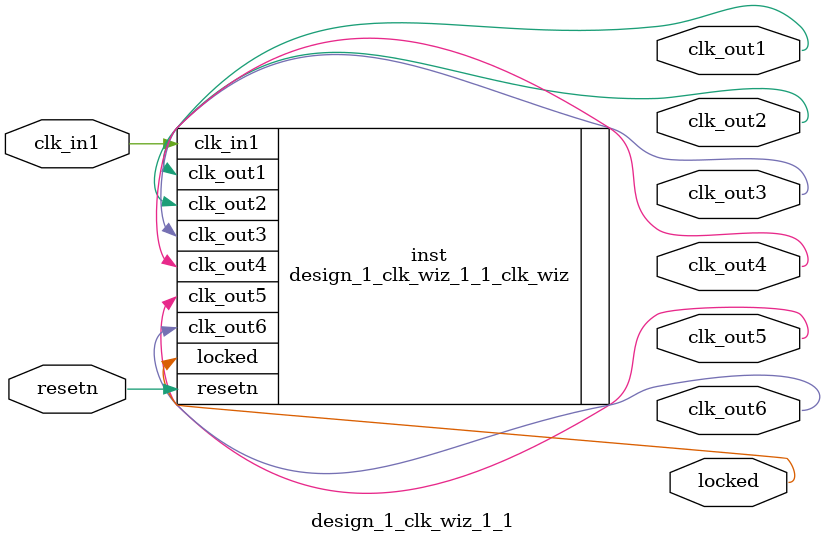
<source format=v>


`timescale 1ps/1ps

(* CORE_GENERATION_INFO = "design_1_clk_wiz_1_1,clk_wiz_v5_4_3_0,{component_name=design_1_clk_wiz_1_1,use_phase_alignment=true,use_min_o_jitter=false,use_max_i_jitter=false,use_dyn_phase_shift=false,use_inclk_switchover=false,use_dyn_reconfig=false,enable_axi=0,feedback_source=FDBK_AUTO,PRIMITIVE=MMCM,num_out_clk=6,clkin1_period=10.000,clkin2_period=10.000,use_power_down=false,use_reset=true,use_locked=true,use_inclk_stopped=false,feedback_type=SINGLE,CLOCK_MGR_TYPE=NA,manual_override=false}" *)

module design_1_clk_wiz_1_1 
 (
  // Clock out ports
  output        clk_out1,
  output        clk_out2,
  output        clk_out3,
  output        clk_out4,
  output        clk_out5,
  output        clk_out6,
  // Status and control signals
  input         resetn,
  output        locked,
 // Clock in ports
  input         clk_in1
 );

  design_1_clk_wiz_1_1_clk_wiz inst
  (
  // Clock out ports  
  .clk_out1(clk_out1),
  .clk_out2(clk_out2),
  .clk_out3(clk_out3),
  .clk_out4(clk_out4),
  .clk_out5(clk_out5),
  .clk_out6(clk_out6),
  // Status and control signals               
  .resetn(resetn), 
  .locked(locked),
 // Clock in ports
  .clk_in1(clk_in1)
  );

endmodule

</source>
